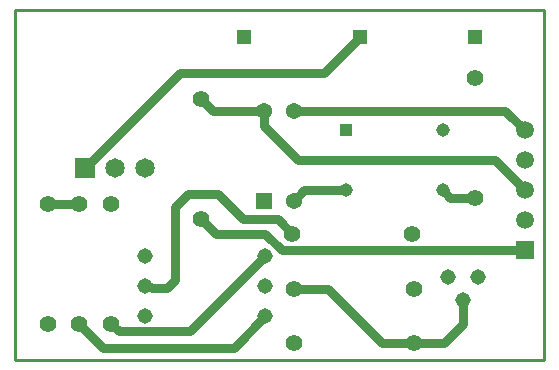
<source format=gbl>
G04*
G04 #@! TF.GenerationSoftware,Altium Limited,Altium Designer,22.3.1 (43)*
G04*
G04 Layer_Physical_Order=2*
G04 Layer_Color=16711680*
%FSLAX25Y25*%
%MOIN*%
G70*
G04*
G04 #@! TF.SameCoordinates,E4ED8E47-D218-4FBD-A3A2-710C509649A8*
G04*
G04*
G04 #@! TF.FilePolarity,Positive*
G04*
G01*
G75*
%ADD13C,0.01000*%
%ADD16C,0.05400*%
%ADD17R,0.05400X0.05400*%
%ADD26C,0.03008*%
%ADD27C,0.05150*%
%ADD28R,0.06500X0.06500*%
%ADD29C,0.06500*%
%ADD30C,0.05512*%
%ADD31R,0.05906X0.05906*%
%ADD32C,0.05906*%
%ADD33R,0.04882X0.04882*%
%ADD34C,0.04488*%
%ADD35R,0.04488X0.04488*%
D13*
X427000Y444250D02*
Y450500D01*
Y340500D02*
Y444250D01*
Y450500D02*
Y451500D01*
Y457000D01*
X603500D01*
Y340500D02*
Y457000D01*
X427000Y340500D02*
X603500D01*
D16*
X510000Y423500D02*
D03*
X520000D02*
D03*
Y393500D02*
D03*
D17*
X510000D02*
D03*
D26*
X523461Y396961D02*
X537260D01*
X520000Y393500D02*
X523461Y396961D01*
X480500Y391500D02*
X484800Y395800D01*
X494700D01*
X480500Y367000D02*
Y391500D01*
X477782Y364282D02*
X480500Y367000D01*
X494700Y395800D02*
X503204Y387296D01*
X514704D01*
X519500Y382500D01*
X510000Y418500D02*
X521500Y407000D01*
X510000Y418500D02*
Y423500D01*
X521500Y407000D02*
X587000D01*
X510500Y382500D02*
X516000Y377000D01*
X494000Y382500D02*
X510500D01*
X489000Y387500D02*
X494000Y382500D01*
X516000Y377000D02*
X597000D01*
X472732Y364282D02*
X477782D01*
X470910Y364590D02*
X472424D01*
X470500Y365000D02*
X470910Y364590D01*
X472424D02*
X472732Y364282D01*
X448500Y352500D02*
X456500Y344500D01*
X500000D02*
X510500Y355000D01*
X456500Y344500D02*
X500000D01*
X520000Y364000D02*
X531500D01*
X549500Y346000D02*
X560000D01*
X531500Y364000D02*
X549500Y346000D01*
X572201Y394500D02*
X580500D01*
X569740Y396961D02*
X572201Y394500D01*
X459000Y352500D02*
X461579Y349921D01*
X485421D01*
X510500Y375000D01*
X450500Y404500D02*
X481900Y435900D01*
X529900D01*
X542000Y448000D01*
X587000Y407000D02*
X597000Y397000D01*
X493000Y423500D02*
X510000D01*
X489000Y427500D02*
X493000Y423500D01*
X590500D02*
X597000Y417000D01*
X520000Y423500D02*
X590500D01*
X576500Y352500D02*
Y360500D01*
X570000Y346000D02*
X576500Y352500D01*
X560000Y346000D02*
X570000D01*
X438000Y392500D02*
X448500D01*
D27*
X571500Y368000D02*
D03*
X576500Y360500D02*
D03*
X581500Y368000D02*
D03*
X470500Y375000D02*
D03*
Y365000D02*
D03*
Y355000D02*
D03*
X510500D02*
D03*
Y365000D02*
D03*
Y375000D02*
D03*
D28*
X450500Y404500D02*
D03*
D29*
X460500D02*
D03*
X470500D02*
D03*
D30*
X520000Y346000D02*
D03*
X560000D02*
D03*
Y364000D02*
D03*
X520000D02*
D03*
X559500Y382500D02*
D03*
X519500D02*
D03*
X580500Y394500D02*
D03*
Y434500D02*
D03*
X459000Y352500D02*
D03*
Y392500D02*
D03*
X489000Y427500D02*
D03*
Y387500D02*
D03*
X438000Y352500D02*
D03*
Y392500D02*
D03*
X448500Y352500D02*
D03*
Y392500D02*
D03*
D31*
X597000Y377000D02*
D03*
D32*
Y387000D02*
D03*
Y397000D02*
D03*
Y407000D02*
D03*
Y417000D02*
D03*
D33*
X580500Y448000D02*
D03*
X542000D02*
D03*
X503500D02*
D03*
D34*
X569740Y417039D02*
D03*
Y396961D02*
D03*
X537260D02*
D03*
D35*
Y417039D02*
D03*
M02*

</source>
